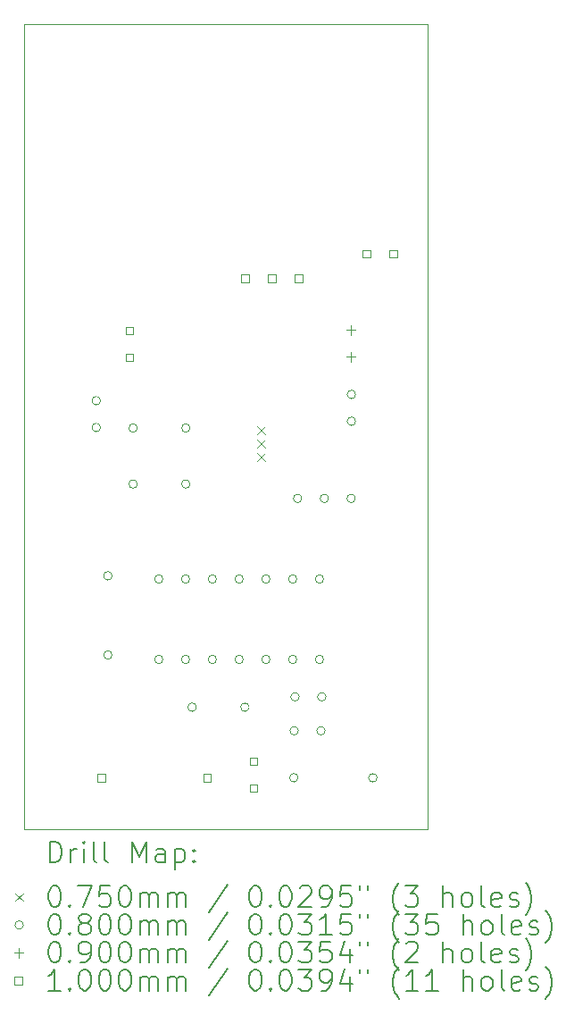
<source format=gbr>
%TF.GenerationSoftware,KiCad,Pcbnew,7.0.1*%
%TF.CreationDate,2023-04-04T13:23:31+02:00*%
%TF.ProjectId,weit_generator,77656974-5f67-4656-9e65-7261746f722e,rev?*%
%TF.SameCoordinates,Original*%
%TF.FileFunction,Drillmap*%
%TF.FilePolarity,Positive*%
%FSLAX45Y45*%
G04 Gerber Fmt 4.5, Leading zero omitted, Abs format (unit mm)*
G04 Created by KiCad (PCBNEW 7.0.1) date 2023-04-04 13:23:31*
%MOMM*%
%LPD*%
G01*
G04 APERTURE LIST*
%ADD10C,0.100000*%
%ADD11C,0.200000*%
%ADD12C,0.075000*%
%ADD13C,0.080000*%
%ADD14C,0.090000*%
G04 APERTURE END LIST*
D10*
X13275000Y-6500000D02*
X17100000Y-6500000D01*
X17100000Y-14125000D01*
X13275000Y-14125000D01*
X13275000Y-6500000D01*
D11*
D12*
X15487500Y-10310500D02*
X15562500Y-10385500D01*
X15562500Y-10310500D02*
X15487500Y-10385500D01*
X15487500Y-10437500D02*
X15562500Y-10512500D01*
X15562500Y-10437500D02*
X15487500Y-10512500D01*
X15487500Y-10564500D02*
X15562500Y-10639500D01*
X15562500Y-10564500D02*
X15487500Y-10639500D01*
D13*
X14000000Y-10066000D02*
G75*
G03*
X14000000Y-10066000I-40000J0D01*
G01*
X14000000Y-10320000D02*
G75*
G03*
X14000000Y-10320000I-40000J0D01*
G01*
X14110000Y-11725000D02*
G75*
G03*
X14110000Y-11725000I-40000J0D01*
G01*
X14110000Y-12475000D02*
G75*
G03*
X14110000Y-12475000I-40000J0D01*
G01*
X14350000Y-10325000D02*
G75*
G03*
X14350000Y-10325000I-40000J0D01*
G01*
X14350000Y-10855000D02*
G75*
G03*
X14350000Y-10855000I-40000J0D01*
G01*
X14593500Y-11755000D02*
G75*
G03*
X14593500Y-11755000I-40000J0D01*
G01*
X14593500Y-12517000D02*
G75*
G03*
X14593500Y-12517000I-40000J0D01*
G01*
X14847500Y-11755000D02*
G75*
G03*
X14847500Y-11755000I-40000J0D01*
G01*
X14847500Y-12517000D02*
G75*
G03*
X14847500Y-12517000I-40000J0D01*
G01*
X14850000Y-10325000D02*
G75*
G03*
X14850000Y-10325000I-40000J0D01*
G01*
X14850000Y-10855000D02*
G75*
G03*
X14850000Y-10855000I-40000J0D01*
G01*
X14910000Y-12970000D02*
G75*
G03*
X14910000Y-12970000I-40000J0D01*
G01*
X15101500Y-11755000D02*
G75*
G03*
X15101500Y-11755000I-40000J0D01*
G01*
X15101500Y-12517000D02*
G75*
G03*
X15101500Y-12517000I-40000J0D01*
G01*
X15355500Y-11755000D02*
G75*
G03*
X15355500Y-11755000I-40000J0D01*
G01*
X15355500Y-12517000D02*
G75*
G03*
X15355500Y-12517000I-40000J0D01*
G01*
X15410000Y-12970000D02*
G75*
G03*
X15410000Y-12970000I-40000J0D01*
G01*
X15609500Y-11755000D02*
G75*
G03*
X15609500Y-11755000I-40000J0D01*
G01*
X15609500Y-12517000D02*
G75*
G03*
X15609500Y-12517000I-40000J0D01*
G01*
X15863500Y-11755000D02*
G75*
G03*
X15863500Y-11755000I-40000J0D01*
G01*
X15863500Y-12517000D02*
G75*
G03*
X15863500Y-12517000I-40000J0D01*
G01*
X15874000Y-13639000D02*
G75*
G03*
X15874000Y-13639000I-40000J0D01*
G01*
X15877000Y-13192431D02*
G75*
G03*
X15877000Y-13192431I-40000J0D01*
G01*
X15885568Y-12872431D02*
G75*
G03*
X15885568Y-12872431I-40000J0D01*
G01*
X15909500Y-10992500D02*
G75*
G03*
X15909500Y-10992500I-40000J0D01*
G01*
X16117500Y-11755000D02*
G75*
G03*
X16117500Y-11755000I-40000J0D01*
G01*
X16117500Y-12517000D02*
G75*
G03*
X16117500Y-12517000I-40000J0D01*
G01*
X16131000Y-13192431D02*
G75*
G03*
X16131000Y-13192431I-40000J0D01*
G01*
X16139568Y-12872431D02*
G75*
G03*
X16139568Y-12872431I-40000J0D01*
G01*
X16163500Y-10992500D02*
G75*
G03*
X16163500Y-10992500I-40000J0D01*
G01*
X16417500Y-10992500D02*
G75*
G03*
X16417500Y-10992500I-40000J0D01*
G01*
X16420000Y-10006000D02*
G75*
G03*
X16420000Y-10006000I-40000J0D01*
G01*
X16420000Y-10260000D02*
G75*
G03*
X16420000Y-10260000I-40000J0D01*
G01*
X16624000Y-13639000D02*
G75*
G03*
X16624000Y-13639000I-40000J0D01*
G01*
D14*
X16375000Y-9352500D02*
X16375000Y-9442500D01*
X16330000Y-9397500D02*
X16420000Y-9397500D01*
X16375000Y-9606500D02*
X16375000Y-9696500D01*
X16330000Y-9651500D02*
X16420000Y-9651500D01*
D10*
X14045356Y-13675356D02*
X14045356Y-13604644D01*
X13974644Y-13604644D01*
X13974644Y-13675356D01*
X14045356Y-13675356D01*
X14310356Y-9435356D02*
X14310356Y-9364644D01*
X14239644Y-9364644D01*
X14239644Y-9435356D01*
X14310356Y-9435356D01*
X14310356Y-9689356D02*
X14310356Y-9618644D01*
X14239644Y-9618644D01*
X14239644Y-9689356D01*
X14310356Y-9689356D01*
X15045356Y-13675356D02*
X15045356Y-13604644D01*
X14974644Y-13604644D01*
X14974644Y-13675356D01*
X15045356Y-13675356D01*
X15407356Y-8940356D02*
X15407356Y-8869644D01*
X15336644Y-8869644D01*
X15336644Y-8940356D01*
X15407356Y-8940356D01*
X15485356Y-13515356D02*
X15485356Y-13444644D01*
X15414644Y-13444644D01*
X15414644Y-13515356D01*
X15485356Y-13515356D01*
X15485356Y-13769356D02*
X15485356Y-13698644D01*
X15414644Y-13698644D01*
X15414644Y-13769356D01*
X15485356Y-13769356D01*
X15661356Y-8940356D02*
X15661356Y-8869644D01*
X15590644Y-8869644D01*
X15590644Y-8940356D01*
X15661356Y-8940356D01*
X15915356Y-8940356D02*
X15915356Y-8869644D01*
X15844644Y-8869644D01*
X15844644Y-8940356D01*
X15915356Y-8940356D01*
X16557856Y-8710356D02*
X16557856Y-8639644D01*
X16487144Y-8639644D01*
X16487144Y-8710356D01*
X16557856Y-8710356D01*
X16811856Y-8710356D02*
X16811856Y-8639644D01*
X16741144Y-8639644D01*
X16741144Y-8710356D01*
X16811856Y-8710356D01*
D11*
X13517619Y-14442524D02*
X13517619Y-14242524D01*
X13517619Y-14242524D02*
X13565238Y-14242524D01*
X13565238Y-14242524D02*
X13593809Y-14252048D01*
X13593809Y-14252048D02*
X13612857Y-14271095D01*
X13612857Y-14271095D02*
X13622381Y-14290143D01*
X13622381Y-14290143D02*
X13631905Y-14328238D01*
X13631905Y-14328238D02*
X13631905Y-14356809D01*
X13631905Y-14356809D02*
X13622381Y-14394905D01*
X13622381Y-14394905D02*
X13612857Y-14413952D01*
X13612857Y-14413952D02*
X13593809Y-14433000D01*
X13593809Y-14433000D02*
X13565238Y-14442524D01*
X13565238Y-14442524D02*
X13517619Y-14442524D01*
X13717619Y-14442524D02*
X13717619Y-14309190D01*
X13717619Y-14347286D02*
X13727143Y-14328238D01*
X13727143Y-14328238D02*
X13736667Y-14318714D01*
X13736667Y-14318714D02*
X13755714Y-14309190D01*
X13755714Y-14309190D02*
X13774762Y-14309190D01*
X13841428Y-14442524D02*
X13841428Y-14309190D01*
X13841428Y-14242524D02*
X13831905Y-14252048D01*
X13831905Y-14252048D02*
X13841428Y-14261571D01*
X13841428Y-14261571D02*
X13850952Y-14252048D01*
X13850952Y-14252048D02*
X13841428Y-14242524D01*
X13841428Y-14242524D02*
X13841428Y-14261571D01*
X13965238Y-14442524D02*
X13946190Y-14433000D01*
X13946190Y-14433000D02*
X13936667Y-14413952D01*
X13936667Y-14413952D02*
X13936667Y-14242524D01*
X14070000Y-14442524D02*
X14050952Y-14433000D01*
X14050952Y-14433000D02*
X14041428Y-14413952D01*
X14041428Y-14413952D02*
X14041428Y-14242524D01*
X14298571Y-14442524D02*
X14298571Y-14242524D01*
X14298571Y-14242524D02*
X14365238Y-14385381D01*
X14365238Y-14385381D02*
X14431905Y-14242524D01*
X14431905Y-14242524D02*
X14431905Y-14442524D01*
X14612857Y-14442524D02*
X14612857Y-14337762D01*
X14612857Y-14337762D02*
X14603333Y-14318714D01*
X14603333Y-14318714D02*
X14584286Y-14309190D01*
X14584286Y-14309190D02*
X14546190Y-14309190D01*
X14546190Y-14309190D02*
X14527143Y-14318714D01*
X14612857Y-14433000D02*
X14593809Y-14442524D01*
X14593809Y-14442524D02*
X14546190Y-14442524D01*
X14546190Y-14442524D02*
X14527143Y-14433000D01*
X14527143Y-14433000D02*
X14517619Y-14413952D01*
X14517619Y-14413952D02*
X14517619Y-14394905D01*
X14517619Y-14394905D02*
X14527143Y-14375857D01*
X14527143Y-14375857D02*
X14546190Y-14366333D01*
X14546190Y-14366333D02*
X14593809Y-14366333D01*
X14593809Y-14366333D02*
X14612857Y-14356809D01*
X14708095Y-14309190D02*
X14708095Y-14509190D01*
X14708095Y-14318714D02*
X14727143Y-14309190D01*
X14727143Y-14309190D02*
X14765238Y-14309190D01*
X14765238Y-14309190D02*
X14784286Y-14318714D01*
X14784286Y-14318714D02*
X14793809Y-14328238D01*
X14793809Y-14328238D02*
X14803333Y-14347286D01*
X14803333Y-14347286D02*
X14803333Y-14404428D01*
X14803333Y-14404428D02*
X14793809Y-14423476D01*
X14793809Y-14423476D02*
X14784286Y-14433000D01*
X14784286Y-14433000D02*
X14765238Y-14442524D01*
X14765238Y-14442524D02*
X14727143Y-14442524D01*
X14727143Y-14442524D02*
X14708095Y-14433000D01*
X14889048Y-14423476D02*
X14898571Y-14433000D01*
X14898571Y-14433000D02*
X14889048Y-14442524D01*
X14889048Y-14442524D02*
X14879524Y-14433000D01*
X14879524Y-14433000D02*
X14889048Y-14423476D01*
X14889048Y-14423476D02*
X14889048Y-14442524D01*
X14889048Y-14318714D02*
X14898571Y-14328238D01*
X14898571Y-14328238D02*
X14889048Y-14337762D01*
X14889048Y-14337762D02*
X14879524Y-14328238D01*
X14879524Y-14328238D02*
X14889048Y-14318714D01*
X14889048Y-14318714D02*
X14889048Y-14337762D01*
D12*
X13195000Y-14732500D02*
X13270000Y-14807500D01*
X13270000Y-14732500D02*
X13195000Y-14807500D01*
D11*
X13555714Y-14662524D02*
X13574762Y-14662524D01*
X13574762Y-14662524D02*
X13593809Y-14672048D01*
X13593809Y-14672048D02*
X13603333Y-14681571D01*
X13603333Y-14681571D02*
X13612857Y-14700619D01*
X13612857Y-14700619D02*
X13622381Y-14738714D01*
X13622381Y-14738714D02*
X13622381Y-14786333D01*
X13622381Y-14786333D02*
X13612857Y-14824428D01*
X13612857Y-14824428D02*
X13603333Y-14843476D01*
X13603333Y-14843476D02*
X13593809Y-14853000D01*
X13593809Y-14853000D02*
X13574762Y-14862524D01*
X13574762Y-14862524D02*
X13555714Y-14862524D01*
X13555714Y-14862524D02*
X13536667Y-14853000D01*
X13536667Y-14853000D02*
X13527143Y-14843476D01*
X13527143Y-14843476D02*
X13517619Y-14824428D01*
X13517619Y-14824428D02*
X13508095Y-14786333D01*
X13508095Y-14786333D02*
X13508095Y-14738714D01*
X13508095Y-14738714D02*
X13517619Y-14700619D01*
X13517619Y-14700619D02*
X13527143Y-14681571D01*
X13527143Y-14681571D02*
X13536667Y-14672048D01*
X13536667Y-14672048D02*
X13555714Y-14662524D01*
X13708095Y-14843476D02*
X13717619Y-14853000D01*
X13717619Y-14853000D02*
X13708095Y-14862524D01*
X13708095Y-14862524D02*
X13698571Y-14853000D01*
X13698571Y-14853000D02*
X13708095Y-14843476D01*
X13708095Y-14843476D02*
X13708095Y-14862524D01*
X13784286Y-14662524D02*
X13917619Y-14662524D01*
X13917619Y-14662524D02*
X13831905Y-14862524D01*
X14089048Y-14662524D02*
X13993809Y-14662524D01*
X13993809Y-14662524D02*
X13984286Y-14757762D01*
X13984286Y-14757762D02*
X13993809Y-14748238D01*
X13993809Y-14748238D02*
X14012857Y-14738714D01*
X14012857Y-14738714D02*
X14060476Y-14738714D01*
X14060476Y-14738714D02*
X14079524Y-14748238D01*
X14079524Y-14748238D02*
X14089048Y-14757762D01*
X14089048Y-14757762D02*
X14098571Y-14776809D01*
X14098571Y-14776809D02*
X14098571Y-14824428D01*
X14098571Y-14824428D02*
X14089048Y-14843476D01*
X14089048Y-14843476D02*
X14079524Y-14853000D01*
X14079524Y-14853000D02*
X14060476Y-14862524D01*
X14060476Y-14862524D02*
X14012857Y-14862524D01*
X14012857Y-14862524D02*
X13993809Y-14853000D01*
X13993809Y-14853000D02*
X13984286Y-14843476D01*
X14222381Y-14662524D02*
X14241429Y-14662524D01*
X14241429Y-14662524D02*
X14260476Y-14672048D01*
X14260476Y-14672048D02*
X14270000Y-14681571D01*
X14270000Y-14681571D02*
X14279524Y-14700619D01*
X14279524Y-14700619D02*
X14289048Y-14738714D01*
X14289048Y-14738714D02*
X14289048Y-14786333D01*
X14289048Y-14786333D02*
X14279524Y-14824428D01*
X14279524Y-14824428D02*
X14270000Y-14843476D01*
X14270000Y-14843476D02*
X14260476Y-14853000D01*
X14260476Y-14853000D02*
X14241429Y-14862524D01*
X14241429Y-14862524D02*
X14222381Y-14862524D01*
X14222381Y-14862524D02*
X14203333Y-14853000D01*
X14203333Y-14853000D02*
X14193809Y-14843476D01*
X14193809Y-14843476D02*
X14184286Y-14824428D01*
X14184286Y-14824428D02*
X14174762Y-14786333D01*
X14174762Y-14786333D02*
X14174762Y-14738714D01*
X14174762Y-14738714D02*
X14184286Y-14700619D01*
X14184286Y-14700619D02*
X14193809Y-14681571D01*
X14193809Y-14681571D02*
X14203333Y-14672048D01*
X14203333Y-14672048D02*
X14222381Y-14662524D01*
X14374762Y-14862524D02*
X14374762Y-14729190D01*
X14374762Y-14748238D02*
X14384286Y-14738714D01*
X14384286Y-14738714D02*
X14403333Y-14729190D01*
X14403333Y-14729190D02*
X14431905Y-14729190D01*
X14431905Y-14729190D02*
X14450952Y-14738714D01*
X14450952Y-14738714D02*
X14460476Y-14757762D01*
X14460476Y-14757762D02*
X14460476Y-14862524D01*
X14460476Y-14757762D02*
X14470000Y-14738714D01*
X14470000Y-14738714D02*
X14489048Y-14729190D01*
X14489048Y-14729190D02*
X14517619Y-14729190D01*
X14517619Y-14729190D02*
X14536667Y-14738714D01*
X14536667Y-14738714D02*
X14546190Y-14757762D01*
X14546190Y-14757762D02*
X14546190Y-14862524D01*
X14641429Y-14862524D02*
X14641429Y-14729190D01*
X14641429Y-14748238D02*
X14650952Y-14738714D01*
X14650952Y-14738714D02*
X14670000Y-14729190D01*
X14670000Y-14729190D02*
X14698571Y-14729190D01*
X14698571Y-14729190D02*
X14717619Y-14738714D01*
X14717619Y-14738714D02*
X14727143Y-14757762D01*
X14727143Y-14757762D02*
X14727143Y-14862524D01*
X14727143Y-14757762D02*
X14736667Y-14738714D01*
X14736667Y-14738714D02*
X14755714Y-14729190D01*
X14755714Y-14729190D02*
X14784286Y-14729190D01*
X14784286Y-14729190D02*
X14803333Y-14738714D01*
X14803333Y-14738714D02*
X14812857Y-14757762D01*
X14812857Y-14757762D02*
X14812857Y-14862524D01*
X15203333Y-14653000D02*
X15031905Y-14910143D01*
X15460476Y-14662524D02*
X15479524Y-14662524D01*
X15479524Y-14662524D02*
X15498572Y-14672048D01*
X15498572Y-14672048D02*
X15508095Y-14681571D01*
X15508095Y-14681571D02*
X15517619Y-14700619D01*
X15517619Y-14700619D02*
X15527143Y-14738714D01*
X15527143Y-14738714D02*
X15527143Y-14786333D01*
X15527143Y-14786333D02*
X15517619Y-14824428D01*
X15517619Y-14824428D02*
X15508095Y-14843476D01*
X15508095Y-14843476D02*
X15498572Y-14853000D01*
X15498572Y-14853000D02*
X15479524Y-14862524D01*
X15479524Y-14862524D02*
X15460476Y-14862524D01*
X15460476Y-14862524D02*
X15441429Y-14853000D01*
X15441429Y-14853000D02*
X15431905Y-14843476D01*
X15431905Y-14843476D02*
X15422381Y-14824428D01*
X15422381Y-14824428D02*
X15412857Y-14786333D01*
X15412857Y-14786333D02*
X15412857Y-14738714D01*
X15412857Y-14738714D02*
X15422381Y-14700619D01*
X15422381Y-14700619D02*
X15431905Y-14681571D01*
X15431905Y-14681571D02*
X15441429Y-14672048D01*
X15441429Y-14672048D02*
X15460476Y-14662524D01*
X15612857Y-14843476D02*
X15622381Y-14853000D01*
X15622381Y-14853000D02*
X15612857Y-14862524D01*
X15612857Y-14862524D02*
X15603333Y-14853000D01*
X15603333Y-14853000D02*
X15612857Y-14843476D01*
X15612857Y-14843476D02*
X15612857Y-14862524D01*
X15746191Y-14662524D02*
X15765238Y-14662524D01*
X15765238Y-14662524D02*
X15784286Y-14672048D01*
X15784286Y-14672048D02*
X15793810Y-14681571D01*
X15793810Y-14681571D02*
X15803333Y-14700619D01*
X15803333Y-14700619D02*
X15812857Y-14738714D01*
X15812857Y-14738714D02*
X15812857Y-14786333D01*
X15812857Y-14786333D02*
X15803333Y-14824428D01*
X15803333Y-14824428D02*
X15793810Y-14843476D01*
X15793810Y-14843476D02*
X15784286Y-14853000D01*
X15784286Y-14853000D02*
X15765238Y-14862524D01*
X15765238Y-14862524D02*
X15746191Y-14862524D01*
X15746191Y-14862524D02*
X15727143Y-14853000D01*
X15727143Y-14853000D02*
X15717619Y-14843476D01*
X15717619Y-14843476D02*
X15708095Y-14824428D01*
X15708095Y-14824428D02*
X15698572Y-14786333D01*
X15698572Y-14786333D02*
X15698572Y-14738714D01*
X15698572Y-14738714D02*
X15708095Y-14700619D01*
X15708095Y-14700619D02*
X15717619Y-14681571D01*
X15717619Y-14681571D02*
X15727143Y-14672048D01*
X15727143Y-14672048D02*
X15746191Y-14662524D01*
X15889048Y-14681571D02*
X15898572Y-14672048D01*
X15898572Y-14672048D02*
X15917619Y-14662524D01*
X15917619Y-14662524D02*
X15965238Y-14662524D01*
X15965238Y-14662524D02*
X15984286Y-14672048D01*
X15984286Y-14672048D02*
X15993810Y-14681571D01*
X15993810Y-14681571D02*
X16003333Y-14700619D01*
X16003333Y-14700619D02*
X16003333Y-14719667D01*
X16003333Y-14719667D02*
X15993810Y-14748238D01*
X15993810Y-14748238D02*
X15879524Y-14862524D01*
X15879524Y-14862524D02*
X16003333Y-14862524D01*
X16098572Y-14862524D02*
X16136667Y-14862524D01*
X16136667Y-14862524D02*
X16155714Y-14853000D01*
X16155714Y-14853000D02*
X16165238Y-14843476D01*
X16165238Y-14843476D02*
X16184286Y-14814905D01*
X16184286Y-14814905D02*
X16193810Y-14776809D01*
X16193810Y-14776809D02*
X16193810Y-14700619D01*
X16193810Y-14700619D02*
X16184286Y-14681571D01*
X16184286Y-14681571D02*
X16174762Y-14672048D01*
X16174762Y-14672048D02*
X16155714Y-14662524D01*
X16155714Y-14662524D02*
X16117619Y-14662524D01*
X16117619Y-14662524D02*
X16098572Y-14672048D01*
X16098572Y-14672048D02*
X16089048Y-14681571D01*
X16089048Y-14681571D02*
X16079524Y-14700619D01*
X16079524Y-14700619D02*
X16079524Y-14748238D01*
X16079524Y-14748238D02*
X16089048Y-14767286D01*
X16089048Y-14767286D02*
X16098572Y-14776809D01*
X16098572Y-14776809D02*
X16117619Y-14786333D01*
X16117619Y-14786333D02*
X16155714Y-14786333D01*
X16155714Y-14786333D02*
X16174762Y-14776809D01*
X16174762Y-14776809D02*
X16184286Y-14767286D01*
X16184286Y-14767286D02*
X16193810Y-14748238D01*
X16374762Y-14662524D02*
X16279524Y-14662524D01*
X16279524Y-14662524D02*
X16270000Y-14757762D01*
X16270000Y-14757762D02*
X16279524Y-14748238D01*
X16279524Y-14748238D02*
X16298572Y-14738714D01*
X16298572Y-14738714D02*
X16346191Y-14738714D01*
X16346191Y-14738714D02*
X16365238Y-14748238D01*
X16365238Y-14748238D02*
X16374762Y-14757762D01*
X16374762Y-14757762D02*
X16384286Y-14776809D01*
X16384286Y-14776809D02*
X16384286Y-14824428D01*
X16384286Y-14824428D02*
X16374762Y-14843476D01*
X16374762Y-14843476D02*
X16365238Y-14853000D01*
X16365238Y-14853000D02*
X16346191Y-14862524D01*
X16346191Y-14862524D02*
X16298572Y-14862524D01*
X16298572Y-14862524D02*
X16279524Y-14853000D01*
X16279524Y-14853000D02*
X16270000Y-14843476D01*
X16460476Y-14662524D02*
X16460476Y-14700619D01*
X16536667Y-14662524D02*
X16536667Y-14700619D01*
X16831905Y-14938714D02*
X16822381Y-14929190D01*
X16822381Y-14929190D02*
X16803334Y-14900619D01*
X16803334Y-14900619D02*
X16793810Y-14881571D01*
X16793810Y-14881571D02*
X16784286Y-14853000D01*
X16784286Y-14853000D02*
X16774762Y-14805381D01*
X16774762Y-14805381D02*
X16774762Y-14767286D01*
X16774762Y-14767286D02*
X16784286Y-14719667D01*
X16784286Y-14719667D02*
X16793810Y-14691095D01*
X16793810Y-14691095D02*
X16803334Y-14672048D01*
X16803334Y-14672048D02*
X16822381Y-14643476D01*
X16822381Y-14643476D02*
X16831905Y-14633952D01*
X16889048Y-14662524D02*
X17012857Y-14662524D01*
X17012857Y-14662524D02*
X16946191Y-14738714D01*
X16946191Y-14738714D02*
X16974762Y-14738714D01*
X16974762Y-14738714D02*
X16993810Y-14748238D01*
X16993810Y-14748238D02*
X17003334Y-14757762D01*
X17003334Y-14757762D02*
X17012857Y-14776809D01*
X17012857Y-14776809D02*
X17012857Y-14824428D01*
X17012857Y-14824428D02*
X17003334Y-14843476D01*
X17003334Y-14843476D02*
X16993810Y-14853000D01*
X16993810Y-14853000D02*
X16974762Y-14862524D01*
X16974762Y-14862524D02*
X16917619Y-14862524D01*
X16917619Y-14862524D02*
X16898572Y-14853000D01*
X16898572Y-14853000D02*
X16889048Y-14843476D01*
X17250953Y-14862524D02*
X17250953Y-14662524D01*
X17336667Y-14862524D02*
X17336667Y-14757762D01*
X17336667Y-14757762D02*
X17327143Y-14738714D01*
X17327143Y-14738714D02*
X17308096Y-14729190D01*
X17308096Y-14729190D02*
X17279524Y-14729190D01*
X17279524Y-14729190D02*
X17260477Y-14738714D01*
X17260477Y-14738714D02*
X17250953Y-14748238D01*
X17460477Y-14862524D02*
X17441429Y-14853000D01*
X17441429Y-14853000D02*
X17431905Y-14843476D01*
X17431905Y-14843476D02*
X17422381Y-14824428D01*
X17422381Y-14824428D02*
X17422381Y-14767286D01*
X17422381Y-14767286D02*
X17431905Y-14748238D01*
X17431905Y-14748238D02*
X17441429Y-14738714D01*
X17441429Y-14738714D02*
X17460477Y-14729190D01*
X17460477Y-14729190D02*
X17489048Y-14729190D01*
X17489048Y-14729190D02*
X17508096Y-14738714D01*
X17508096Y-14738714D02*
X17517619Y-14748238D01*
X17517619Y-14748238D02*
X17527143Y-14767286D01*
X17527143Y-14767286D02*
X17527143Y-14824428D01*
X17527143Y-14824428D02*
X17517619Y-14843476D01*
X17517619Y-14843476D02*
X17508096Y-14853000D01*
X17508096Y-14853000D02*
X17489048Y-14862524D01*
X17489048Y-14862524D02*
X17460477Y-14862524D01*
X17641429Y-14862524D02*
X17622381Y-14853000D01*
X17622381Y-14853000D02*
X17612858Y-14833952D01*
X17612858Y-14833952D02*
X17612858Y-14662524D01*
X17793810Y-14853000D02*
X17774762Y-14862524D01*
X17774762Y-14862524D02*
X17736667Y-14862524D01*
X17736667Y-14862524D02*
X17717619Y-14853000D01*
X17717619Y-14853000D02*
X17708096Y-14833952D01*
X17708096Y-14833952D02*
X17708096Y-14757762D01*
X17708096Y-14757762D02*
X17717619Y-14738714D01*
X17717619Y-14738714D02*
X17736667Y-14729190D01*
X17736667Y-14729190D02*
X17774762Y-14729190D01*
X17774762Y-14729190D02*
X17793810Y-14738714D01*
X17793810Y-14738714D02*
X17803334Y-14757762D01*
X17803334Y-14757762D02*
X17803334Y-14776809D01*
X17803334Y-14776809D02*
X17708096Y-14795857D01*
X17879524Y-14853000D02*
X17898572Y-14862524D01*
X17898572Y-14862524D02*
X17936667Y-14862524D01*
X17936667Y-14862524D02*
X17955715Y-14853000D01*
X17955715Y-14853000D02*
X17965239Y-14833952D01*
X17965239Y-14833952D02*
X17965239Y-14824428D01*
X17965239Y-14824428D02*
X17955715Y-14805381D01*
X17955715Y-14805381D02*
X17936667Y-14795857D01*
X17936667Y-14795857D02*
X17908096Y-14795857D01*
X17908096Y-14795857D02*
X17889048Y-14786333D01*
X17889048Y-14786333D02*
X17879524Y-14767286D01*
X17879524Y-14767286D02*
X17879524Y-14757762D01*
X17879524Y-14757762D02*
X17889048Y-14738714D01*
X17889048Y-14738714D02*
X17908096Y-14729190D01*
X17908096Y-14729190D02*
X17936667Y-14729190D01*
X17936667Y-14729190D02*
X17955715Y-14738714D01*
X18031905Y-14938714D02*
X18041429Y-14929190D01*
X18041429Y-14929190D02*
X18060477Y-14900619D01*
X18060477Y-14900619D02*
X18070000Y-14881571D01*
X18070000Y-14881571D02*
X18079524Y-14853000D01*
X18079524Y-14853000D02*
X18089048Y-14805381D01*
X18089048Y-14805381D02*
X18089048Y-14767286D01*
X18089048Y-14767286D02*
X18079524Y-14719667D01*
X18079524Y-14719667D02*
X18070000Y-14691095D01*
X18070000Y-14691095D02*
X18060477Y-14672048D01*
X18060477Y-14672048D02*
X18041429Y-14643476D01*
X18041429Y-14643476D02*
X18031905Y-14633952D01*
D13*
X13270000Y-15034000D02*
G75*
G03*
X13270000Y-15034000I-40000J0D01*
G01*
D11*
X13555714Y-14926524D02*
X13574762Y-14926524D01*
X13574762Y-14926524D02*
X13593809Y-14936048D01*
X13593809Y-14936048D02*
X13603333Y-14945571D01*
X13603333Y-14945571D02*
X13612857Y-14964619D01*
X13612857Y-14964619D02*
X13622381Y-15002714D01*
X13622381Y-15002714D02*
X13622381Y-15050333D01*
X13622381Y-15050333D02*
X13612857Y-15088428D01*
X13612857Y-15088428D02*
X13603333Y-15107476D01*
X13603333Y-15107476D02*
X13593809Y-15117000D01*
X13593809Y-15117000D02*
X13574762Y-15126524D01*
X13574762Y-15126524D02*
X13555714Y-15126524D01*
X13555714Y-15126524D02*
X13536667Y-15117000D01*
X13536667Y-15117000D02*
X13527143Y-15107476D01*
X13527143Y-15107476D02*
X13517619Y-15088428D01*
X13517619Y-15088428D02*
X13508095Y-15050333D01*
X13508095Y-15050333D02*
X13508095Y-15002714D01*
X13508095Y-15002714D02*
X13517619Y-14964619D01*
X13517619Y-14964619D02*
X13527143Y-14945571D01*
X13527143Y-14945571D02*
X13536667Y-14936048D01*
X13536667Y-14936048D02*
X13555714Y-14926524D01*
X13708095Y-15107476D02*
X13717619Y-15117000D01*
X13717619Y-15117000D02*
X13708095Y-15126524D01*
X13708095Y-15126524D02*
X13698571Y-15117000D01*
X13698571Y-15117000D02*
X13708095Y-15107476D01*
X13708095Y-15107476D02*
X13708095Y-15126524D01*
X13831905Y-15012238D02*
X13812857Y-15002714D01*
X13812857Y-15002714D02*
X13803333Y-14993190D01*
X13803333Y-14993190D02*
X13793809Y-14974143D01*
X13793809Y-14974143D02*
X13793809Y-14964619D01*
X13793809Y-14964619D02*
X13803333Y-14945571D01*
X13803333Y-14945571D02*
X13812857Y-14936048D01*
X13812857Y-14936048D02*
X13831905Y-14926524D01*
X13831905Y-14926524D02*
X13870000Y-14926524D01*
X13870000Y-14926524D02*
X13889048Y-14936048D01*
X13889048Y-14936048D02*
X13898571Y-14945571D01*
X13898571Y-14945571D02*
X13908095Y-14964619D01*
X13908095Y-14964619D02*
X13908095Y-14974143D01*
X13908095Y-14974143D02*
X13898571Y-14993190D01*
X13898571Y-14993190D02*
X13889048Y-15002714D01*
X13889048Y-15002714D02*
X13870000Y-15012238D01*
X13870000Y-15012238D02*
X13831905Y-15012238D01*
X13831905Y-15012238D02*
X13812857Y-15021762D01*
X13812857Y-15021762D02*
X13803333Y-15031286D01*
X13803333Y-15031286D02*
X13793809Y-15050333D01*
X13793809Y-15050333D02*
X13793809Y-15088428D01*
X13793809Y-15088428D02*
X13803333Y-15107476D01*
X13803333Y-15107476D02*
X13812857Y-15117000D01*
X13812857Y-15117000D02*
X13831905Y-15126524D01*
X13831905Y-15126524D02*
X13870000Y-15126524D01*
X13870000Y-15126524D02*
X13889048Y-15117000D01*
X13889048Y-15117000D02*
X13898571Y-15107476D01*
X13898571Y-15107476D02*
X13908095Y-15088428D01*
X13908095Y-15088428D02*
X13908095Y-15050333D01*
X13908095Y-15050333D02*
X13898571Y-15031286D01*
X13898571Y-15031286D02*
X13889048Y-15021762D01*
X13889048Y-15021762D02*
X13870000Y-15012238D01*
X14031905Y-14926524D02*
X14050952Y-14926524D01*
X14050952Y-14926524D02*
X14070000Y-14936048D01*
X14070000Y-14936048D02*
X14079524Y-14945571D01*
X14079524Y-14945571D02*
X14089048Y-14964619D01*
X14089048Y-14964619D02*
X14098571Y-15002714D01*
X14098571Y-15002714D02*
X14098571Y-15050333D01*
X14098571Y-15050333D02*
X14089048Y-15088428D01*
X14089048Y-15088428D02*
X14079524Y-15107476D01*
X14079524Y-15107476D02*
X14070000Y-15117000D01*
X14070000Y-15117000D02*
X14050952Y-15126524D01*
X14050952Y-15126524D02*
X14031905Y-15126524D01*
X14031905Y-15126524D02*
X14012857Y-15117000D01*
X14012857Y-15117000D02*
X14003333Y-15107476D01*
X14003333Y-15107476D02*
X13993809Y-15088428D01*
X13993809Y-15088428D02*
X13984286Y-15050333D01*
X13984286Y-15050333D02*
X13984286Y-15002714D01*
X13984286Y-15002714D02*
X13993809Y-14964619D01*
X13993809Y-14964619D02*
X14003333Y-14945571D01*
X14003333Y-14945571D02*
X14012857Y-14936048D01*
X14012857Y-14936048D02*
X14031905Y-14926524D01*
X14222381Y-14926524D02*
X14241429Y-14926524D01*
X14241429Y-14926524D02*
X14260476Y-14936048D01*
X14260476Y-14936048D02*
X14270000Y-14945571D01*
X14270000Y-14945571D02*
X14279524Y-14964619D01*
X14279524Y-14964619D02*
X14289048Y-15002714D01*
X14289048Y-15002714D02*
X14289048Y-15050333D01*
X14289048Y-15050333D02*
X14279524Y-15088428D01*
X14279524Y-15088428D02*
X14270000Y-15107476D01*
X14270000Y-15107476D02*
X14260476Y-15117000D01*
X14260476Y-15117000D02*
X14241429Y-15126524D01*
X14241429Y-15126524D02*
X14222381Y-15126524D01*
X14222381Y-15126524D02*
X14203333Y-15117000D01*
X14203333Y-15117000D02*
X14193809Y-15107476D01*
X14193809Y-15107476D02*
X14184286Y-15088428D01*
X14184286Y-15088428D02*
X14174762Y-15050333D01*
X14174762Y-15050333D02*
X14174762Y-15002714D01*
X14174762Y-15002714D02*
X14184286Y-14964619D01*
X14184286Y-14964619D02*
X14193809Y-14945571D01*
X14193809Y-14945571D02*
X14203333Y-14936048D01*
X14203333Y-14936048D02*
X14222381Y-14926524D01*
X14374762Y-15126524D02*
X14374762Y-14993190D01*
X14374762Y-15012238D02*
X14384286Y-15002714D01*
X14384286Y-15002714D02*
X14403333Y-14993190D01*
X14403333Y-14993190D02*
X14431905Y-14993190D01*
X14431905Y-14993190D02*
X14450952Y-15002714D01*
X14450952Y-15002714D02*
X14460476Y-15021762D01*
X14460476Y-15021762D02*
X14460476Y-15126524D01*
X14460476Y-15021762D02*
X14470000Y-15002714D01*
X14470000Y-15002714D02*
X14489048Y-14993190D01*
X14489048Y-14993190D02*
X14517619Y-14993190D01*
X14517619Y-14993190D02*
X14536667Y-15002714D01*
X14536667Y-15002714D02*
X14546190Y-15021762D01*
X14546190Y-15021762D02*
X14546190Y-15126524D01*
X14641429Y-15126524D02*
X14641429Y-14993190D01*
X14641429Y-15012238D02*
X14650952Y-15002714D01*
X14650952Y-15002714D02*
X14670000Y-14993190D01*
X14670000Y-14993190D02*
X14698571Y-14993190D01*
X14698571Y-14993190D02*
X14717619Y-15002714D01*
X14717619Y-15002714D02*
X14727143Y-15021762D01*
X14727143Y-15021762D02*
X14727143Y-15126524D01*
X14727143Y-15021762D02*
X14736667Y-15002714D01*
X14736667Y-15002714D02*
X14755714Y-14993190D01*
X14755714Y-14993190D02*
X14784286Y-14993190D01*
X14784286Y-14993190D02*
X14803333Y-15002714D01*
X14803333Y-15002714D02*
X14812857Y-15021762D01*
X14812857Y-15021762D02*
X14812857Y-15126524D01*
X15203333Y-14917000D02*
X15031905Y-15174143D01*
X15460476Y-14926524D02*
X15479524Y-14926524D01*
X15479524Y-14926524D02*
X15498572Y-14936048D01*
X15498572Y-14936048D02*
X15508095Y-14945571D01*
X15508095Y-14945571D02*
X15517619Y-14964619D01*
X15517619Y-14964619D02*
X15527143Y-15002714D01*
X15527143Y-15002714D02*
X15527143Y-15050333D01*
X15527143Y-15050333D02*
X15517619Y-15088428D01*
X15517619Y-15088428D02*
X15508095Y-15107476D01*
X15508095Y-15107476D02*
X15498572Y-15117000D01*
X15498572Y-15117000D02*
X15479524Y-15126524D01*
X15479524Y-15126524D02*
X15460476Y-15126524D01*
X15460476Y-15126524D02*
X15441429Y-15117000D01*
X15441429Y-15117000D02*
X15431905Y-15107476D01*
X15431905Y-15107476D02*
X15422381Y-15088428D01*
X15422381Y-15088428D02*
X15412857Y-15050333D01*
X15412857Y-15050333D02*
X15412857Y-15002714D01*
X15412857Y-15002714D02*
X15422381Y-14964619D01*
X15422381Y-14964619D02*
X15431905Y-14945571D01*
X15431905Y-14945571D02*
X15441429Y-14936048D01*
X15441429Y-14936048D02*
X15460476Y-14926524D01*
X15612857Y-15107476D02*
X15622381Y-15117000D01*
X15622381Y-15117000D02*
X15612857Y-15126524D01*
X15612857Y-15126524D02*
X15603333Y-15117000D01*
X15603333Y-15117000D02*
X15612857Y-15107476D01*
X15612857Y-15107476D02*
X15612857Y-15126524D01*
X15746191Y-14926524D02*
X15765238Y-14926524D01*
X15765238Y-14926524D02*
X15784286Y-14936048D01*
X15784286Y-14936048D02*
X15793810Y-14945571D01*
X15793810Y-14945571D02*
X15803333Y-14964619D01*
X15803333Y-14964619D02*
X15812857Y-15002714D01*
X15812857Y-15002714D02*
X15812857Y-15050333D01*
X15812857Y-15050333D02*
X15803333Y-15088428D01*
X15803333Y-15088428D02*
X15793810Y-15107476D01*
X15793810Y-15107476D02*
X15784286Y-15117000D01*
X15784286Y-15117000D02*
X15765238Y-15126524D01*
X15765238Y-15126524D02*
X15746191Y-15126524D01*
X15746191Y-15126524D02*
X15727143Y-15117000D01*
X15727143Y-15117000D02*
X15717619Y-15107476D01*
X15717619Y-15107476D02*
X15708095Y-15088428D01*
X15708095Y-15088428D02*
X15698572Y-15050333D01*
X15698572Y-15050333D02*
X15698572Y-15002714D01*
X15698572Y-15002714D02*
X15708095Y-14964619D01*
X15708095Y-14964619D02*
X15717619Y-14945571D01*
X15717619Y-14945571D02*
X15727143Y-14936048D01*
X15727143Y-14936048D02*
X15746191Y-14926524D01*
X15879524Y-14926524D02*
X16003333Y-14926524D01*
X16003333Y-14926524D02*
X15936667Y-15002714D01*
X15936667Y-15002714D02*
X15965238Y-15002714D01*
X15965238Y-15002714D02*
X15984286Y-15012238D01*
X15984286Y-15012238D02*
X15993810Y-15021762D01*
X15993810Y-15021762D02*
X16003333Y-15040809D01*
X16003333Y-15040809D02*
X16003333Y-15088428D01*
X16003333Y-15088428D02*
X15993810Y-15107476D01*
X15993810Y-15107476D02*
X15984286Y-15117000D01*
X15984286Y-15117000D02*
X15965238Y-15126524D01*
X15965238Y-15126524D02*
X15908095Y-15126524D01*
X15908095Y-15126524D02*
X15889048Y-15117000D01*
X15889048Y-15117000D02*
X15879524Y-15107476D01*
X16193810Y-15126524D02*
X16079524Y-15126524D01*
X16136667Y-15126524D02*
X16136667Y-14926524D01*
X16136667Y-14926524D02*
X16117619Y-14955095D01*
X16117619Y-14955095D02*
X16098572Y-14974143D01*
X16098572Y-14974143D02*
X16079524Y-14983667D01*
X16374762Y-14926524D02*
X16279524Y-14926524D01*
X16279524Y-14926524D02*
X16270000Y-15021762D01*
X16270000Y-15021762D02*
X16279524Y-15012238D01*
X16279524Y-15012238D02*
X16298572Y-15002714D01*
X16298572Y-15002714D02*
X16346191Y-15002714D01*
X16346191Y-15002714D02*
X16365238Y-15012238D01*
X16365238Y-15012238D02*
X16374762Y-15021762D01*
X16374762Y-15021762D02*
X16384286Y-15040809D01*
X16384286Y-15040809D02*
X16384286Y-15088428D01*
X16384286Y-15088428D02*
X16374762Y-15107476D01*
X16374762Y-15107476D02*
X16365238Y-15117000D01*
X16365238Y-15117000D02*
X16346191Y-15126524D01*
X16346191Y-15126524D02*
X16298572Y-15126524D01*
X16298572Y-15126524D02*
X16279524Y-15117000D01*
X16279524Y-15117000D02*
X16270000Y-15107476D01*
X16460476Y-14926524D02*
X16460476Y-14964619D01*
X16536667Y-14926524D02*
X16536667Y-14964619D01*
X16831905Y-15202714D02*
X16822381Y-15193190D01*
X16822381Y-15193190D02*
X16803334Y-15164619D01*
X16803334Y-15164619D02*
X16793810Y-15145571D01*
X16793810Y-15145571D02*
X16784286Y-15117000D01*
X16784286Y-15117000D02*
X16774762Y-15069381D01*
X16774762Y-15069381D02*
X16774762Y-15031286D01*
X16774762Y-15031286D02*
X16784286Y-14983667D01*
X16784286Y-14983667D02*
X16793810Y-14955095D01*
X16793810Y-14955095D02*
X16803334Y-14936048D01*
X16803334Y-14936048D02*
X16822381Y-14907476D01*
X16822381Y-14907476D02*
X16831905Y-14897952D01*
X16889048Y-14926524D02*
X17012857Y-14926524D01*
X17012857Y-14926524D02*
X16946191Y-15002714D01*
X16946191Y-15002714D02*
X16974762Y-15002714D01*
X16974762Y-15002714D02*
X16993810Y-15012238D01*
X16993810Y-15012238D02*
X17003334Y-15021762D01*
X17003334Y-15021762D02*
X17012857Y-15040809D01*
X17012857Y-15040809D02*
X17012857Y-15088428D01*
X17012857Y-15088428D02*
X17003334Y-15107476D01*
X17003334Y-15107476D02*
X16993810Y-15117000D01*
X16993810Y-15117000D02*
X16974762Y-15126524D01*
X16974762Y-15126524D02*
X16917619Y-15126524D01*
X16917619Y-15126524D02*
X16898572Y-15117000D01*
X16898572Y-15117000D02*
X16889048Y-15107476D01*
X17193810Y-14926524D02*
X17098572Y-14926524D01*
X17098572Y-14926524D02*
X17089048Y-15021762D01*
X17089048Y-15021762D02*
X17098572Y-15012238D01*
X17098572Y-15012238D02*
X17117619Y-15002714D01*
X17117619Y-15002714D02*
X17165238Y-15002714D01*
X17165238Y-15002714D02*
X17184286Y-15012238D01*
X17184286Y-15012238D02*
X17193810Y-15021762D01*
X17193810Y-15021762D02*
X17203334Y-15040809D01*
X17203334Y-15040809D02*
X17203334Y-15088428D01*
X17203334Y-15088428D02*
X17193810Y-15107476D01*
X17193810Y-15107476D02*
X17184286Y-15117000D01*
X17184286Y-15117000D02*
X17165238Y-15126524D01*
X17165238Y-15126524D02*
X17117619Y-15126524D01*
X17117619Y-15126524D02*
X17098572Y-15117000D01*
X17098572Y-15117000D02*
X17089048Y-15107476D01*
X17441429Y-15126524D02*
X17441429Y-14926524D01*
X17527143Y-15126524D02*
X17527143Y-15021762D01*
X17527143Y-15021762D02*
X17517619Y-15002714D01*
X17517619Y-15002714D02*
X17498572Y-14993190D01*
X17498572Y-14993190D02*
X17470000Y-14993190D01*
X17470000Y-14993190D02*
X17450953Y-15002714D01*
X17450953Y-15002714D02*
X17441429Y-15012238D01*
X17650953Y-15126524D02*
X17631905Y-15117000D01*
X17631905Y-15117000D02*
X17622381Y-15107476D01*
X17622381Y-15107476D02*
X17612858Y-15088428D01*
X17612858Y-15088428D02*
X17612858Y-15031286D01*
X17612858Y-15031286D02*
X17622381Y-15012238D01*
X17622381Y-15012238D02*
X17631905Y-15002714D01*
X17631905Y-15002714D02*
X17650953Y-14993190D01*
X17650953Y-14993190D02*
X17679524Y-14993190D01*
X17679524Y-14993190D02*
X17698572Y-15002714D01*
X17698572Y-15002714D02*
X17708096Y-15012238D01*
X17708096Y-15012238D02*
X17717619Y-15031286D01*
X17717619Y-15031286D02*
X17717619Y-15088428D01*
X17717619Y-15088428D02*
X17708096Y-15107476D01*
X17708096Y-15107476D02*
X17698572Y-15117000D01*
X17698572Y-15117000D02*
X17679524Y-15126524D01*
X17679524Y-15126524D02*
X17650953Y-15126524D01*
X17831905Y-15126524D02*
X17812858Y-15117000D01*
X17812858Y-15117000D02*
X17803334Y-15097952D01*
X17803334Y-15097952D02*
X17803334Y-14926524D01*
X17984286Y-15117000D02*
X17965239Y-15126524D01*
X17965239Y-15126524D02*
X17927143Y-15126524D01*
X17927143Y-15126524D02*
X17908096Y-15117000D01*
X17908096Y-15117000D02*
X17898572Y-15097952D01*
X17898572Y-15097952D02*
X17898572Y-15021762D01*
X17898572Y-15021762D02*
X17908096Y-15002714D01*
X17908096Y-15002714D02*
X17927143Y-14993190D01*
X17927143Y-14993190D02*
X17965239Y-14993190D01*
X17965239Y-14993190D02*
X17984286Y-15002714D01*
X17984286Y-15002714D02*
X17993810Y-15021762D01*
X17993810Y-15021762D02*
X17993810Y-15040809D01*
X17993810Y-15040809D02*
X17898572Y-15059857D01*
X18070000Y-15117000D02*
X18089048Y-15126524D01*
X18089048Y-15126524D02*
X18127143Y-15126524D01*
X18127143Y-15126524D02*
X18146191Y-15117000D01*
X18146191Y-15117000D02*
X18155715Y-15097952D01*
X18155715Y-15097952D02*
X18155715Y-15088428D01*
X18155715Y-15088428D02*
X18146191Y-15069381D01*
X18146191Y-15069381D02*
X18127143Y-15059857D01*
X18127143Y-15059857D02*
X18098572Y-15059857D01*
X18098572Y-15059857D02*
X18079524Y-15050333D01*
X18079524Y-15050333D02*
X18070000Y-15031286D01*
X18070000Y-15031286D02*
X18070000Y-15021762D01*
X18070000Y-15021762D02*
X18079524Y-15002714D01*
X18079524Y-15002714D02*
X18098572Y-14993190D01*
X18098572Y-14993190D02*
X18127143Y-14993190D01*
X18127143Y-14993190D02*
X18146191Y-15002714D01*
X18222381Y-15202714D02*
X18231905Y-15193190D01*
X18231905Y-15193190D02*
X18250953Y-15164619D01*
X18250953Y-15164619D02*
X18260477Y-15145571D01*
X18260477Y-15145571D02*
X18270000Y-15117000D01*
X18270000Y-15117000D02*
X18279524Y-15069381D01*
X18279524Y-15069381D02*
X18279524Y-15031286D01*
X18279524Y-15031286D02*
X18270000Y-14983667D01*
X18270000Y-14983667D02*
X18260477Y-14955095D01*
X18260477Y-14955095D02*
X18250953Y-14936048D01*
X18250953Y-14936048D02*
X18231905Y-14907476D01*
X18231905Y-14907476D02*
X18222381Y-14897952D01*
D14*
X13225000Y-15253000D02*
X13225000Y-15343000D01*
X13180000Y-15298000D02*
X13270000Y-15298000D01*
D11*
X13555714Y-15190524D02*
X13574762Y-15190524D01*
X13574762Y-15190524D02*
X13593809Y-15200048D01*
X13593809Y-15200048D02*
X13603333Y-15209571D01*
X13603333Y-15209571D02*
X13612857Y-15228619D01*
X13612857Y-15228619D02*
X13622381Y-15266714D01*
X13622381Y-15266714D02*
X13622381Y-15314333D01*
X13622381Y-15314333D02*
X13612857Y-15352428D01*
X13612857Y-15352428D02*
X13603333Y-15371476D01*
X13603333Y-15371476D02*
X13593809Y-15381000D01*
X13593809Y-15381000D02*
X13574762Y-15390524D01*
X13574762Y-15390524D02*
X13555714Y-15390524D01*
X13555714Y-15390524D02*
X13536667Y-15381000D01*
X13536667Y-15381000D02*
X13527143Y-15371476D01*
X13527143Y-15371476D02*
X13517619Y-15352428D01*
X13517619Y-15352428D02*
X13508095Y-15314333D01*
X13508095Y-15314333D02*
X13508095Y-15266714D01*
X13508095Y-15266714D02*
X13517619Y-15228619D01*
X13517619Y-15228619D02*
X13527143Y-15209571D01*
X13527143Y-15209571D02*
X13536667Y-15200048D01*
X13536667Y-15200048D02*
X13555714Y-15190524D01*
X13708095Y-15371476D02*
X13717619Y-15381000D01*
X13717619Y-15381000D02*
X13708095Y-15390524D01*
X13708095Y-15390524D02*
X13698571Y-15381000D01*
X13698571Y-15381000D02*
X13708095Y-15371476D01*
X13708095Y-15371476D02*
X13708095Y-15390524D01*
X13812857Y-15390524D02*
X13850952Y-15390524D01*
X13850952Y-15390524D02*
X13870000Y-15381000D01*
X13870000Y-15381000D02*
X13879524Y-15371476D01*
X13879524Y-15371476D02*
X13898571Y-15342905D01*
X13898571Y-15342905D02*
X13908095Y-15304809D01*
X13908095Y-15304809D02*
X13908095Y-15228619D01*
X13908095Y-15228619D02*
X13898571Y-15209571D01*
X13898571Y-15209571D02*
X13889048Y-15200048D01*
X13889048Y-15200048D02*
X13870000Y-15190524D01*
X13870000Y-15190524D02*
X13831905Y-15190524D01*
X13831905Y-15190524D02*
X13812857Y-15200048D01*
X13812857Y-15200048D02*
X13803333Y-15209571D01*
X13803333Y-15209571D02*
X13793809Y-15228619D01*
X13793809Y-15228619D02*
X13793809Y-15276238D01*
X13793809Y-15276238D02*
X13803333Y-15295286D01*
X13803333Y-15295286D02*
X13812857Y-15304809D01*
X13812857Y-15304809D02*
X13831905Y-15314333D01*
X13831905Y-15314333D02*
X13870000Y-15314333D01*
X13870000Y-15314333D02*
X13889048Y-15304809D01*
X13889048Y-15304809D02*
X13898571Y-15295286D01*
X13898571Y-15295286D02*
X13908095Y-15276238D01*
X14031905Y-15190524D02*
X14050952Y-15190524D01*
X14050952Y-15190524D02*
X14070000Y-15200048D01*
X14070000Y-15200048D02*
X14079524Y-15209571D01*
X14079524Y-15209571D02*
X14089048Y-15228619D01*
X14089048Y-15228619D02*
X14098571Y-15266714D01*
X14098571Y-15266714D02*
X14098571Y-15314333D01*
X14098571Y-15314333D02*
X14089048Y-15352428D01*
X14089048Y-15352428D02*
X14079524Y-15371476D01*
X14079524Y-15371476D02*
X14070000Y-15381000D01*
X14070000Y-15381000D02*
X14050952Y-15390524D01*
X14050952Y-15390524D02*
X14031905Y-15390524D01*
X14031905Y-15390524D02*
X14012857Y-15381000D01*
X14012857Y-15381000D02*
X14003333Y-15371476D01*
X14003333Y-15371476D02*
X13993809Y-15352428D01*
X13993809Y-15352428D02*
X13984286Y-15314333D01*
X13984286Y-15314333D02*
X13984286Y-15266714D01*
X13984286Y-15266714D02*
X13993809Y-15228619D01*
X13993809Y-15228619D02*
X14003333Y-15209571D01*
X14003333Y-15209571D02*
X14012857Y-15200048D01*
X14012857Y-15200048D02*
X14031905Y-15190524D01*
X14222381Y-15190524D02*
X14241429Y-15190524D01*
X14241429Y-15190524D02*
X14260476Y-15200048D01*
X14260476Y-15200048D02*
X14270000Y-15209571D01*
X14270000Y-15209571D02*
X14279524Y-15228619D01*
X14279524Y-15228619D02*
X14289048Y-15266714D01*
X14289048Y-15266714D02*
X14289048Y-15314333D01*
X14289048Y-15314333D02*
X14279524Y-15352428D01*
X14279524Y-15352428D02*
X14270000Y-15371476D01*
X14270000Y-15371476D02*
X14260476Y-15381000D01*
X14260476Y-15381000D02*
X14241429Y-15390524D01*
X14241429Y-15390524D02*
X14222381Y-15390524D01*
X14222381Y-15390524D02*
X14203333Y-15381000D01*
X14203333Y-15381000D02*
X14193809Y-15371476D01*
X14193809Y-15371476D02*
X14184286Y-15352428D01*
X14184286Y-15352428D02*
X14174762Y-15314333D01*
X14174762Y-15314333D02*
X14174762Y-15266714D01*
X14174762Y-15266714D02*
X14184286Y-15228619D01*
X14184286Y-15228619D02*
X14193809Y-15209571D01*
X14193809Y-15209571D02*
X14203333Y-15200048D01*
X14203333Y-15200048D02*
X14222381Y-15190524D01*
X14374762Y-15390524D02*
X14374762Y-15257190D01*
X14374762Y-15276238D02*
X14384286Y-15266714D01*
X14384286Y-15266714D02*
X14403333Y-15257190D01*
X14403333Y-15257190D02*
X14431905Y-15257190D01*
X14431905Y-15257190D02*
X14450952Y-15266714D01*
X14450952Y-15266714D02*
X14460476Y-15285762D01*
X14460476Y-15285762D02*
X14460476Y-15390524D01*
X14460476Y-15285762D02*
X14470000Y-15266714D01*
X14470000Y-15266714D02*
X14489048Y-15257190D01*
X14489048Y-15257190D02*
X14517619Y-15257190D01*
X14517619Y-15257190D02*
X14536667Y-15266714D01*
X14536667Y-15266714D02*
X14546190Y-15285762D01*
X14546190Y-15285762D02*
X14546190Y-15390524D01*
X14641429Y-15390524D02*
X14641429Y-15257190D01*
X14641429Y-15276238D02*
X14650952Y-15266714D01*
X14650952Y-15266714D02*
X14670000Y-15257190D01*
X14670000Y-15257190D02*
X14698571Y-15257190D01*
X14698571Y-15257190D02*
X14717619Y-15266714D01*
X14717619Y-15266714D02*
X14727143Y-15285762D01*
X14727143Y-15285762D02*
X14727143Y-15390524D01*
X14727143Y-15285762D02*
X14736667Y-15266714D01*
X14736667Y-15266714D02*
X14755714Y-15257190D01*
X14755714Y-15257190D02*
X14784286Y-15257190D01*
X14784286Y-15257190D02*
X14803333Y-15266714D01*
X14803333Y-15266714D02*
X14812857Y-15285762D01*
X14812857Y-15285762D02*
X14812857Y-15390524D01*
X15203333Y-15181000D02*
X15031905Y-15438143D01*
X15460476Y-15190524D02*
X15479524Y-15190524D01*
X15479524Y-15190524D02*
X15498572Y-15200048D01*
X15498572Y-15200048D02*
X15508095Y-15209571D01*
X15508095Y-15209571D02*
X15517619Y-15228619D01*
X15517619Y-15228619D02*
X15527143Y-15266714D01*
X15527143Y-15266714D02*
X15527143Y-15314333D01*
X15527143Y-15314333D02*
X15517619Y-15352428D01*
X15517619Y-15352428D02*
X15508095Y-15371476D01*
X15508095Y-15371476D02*
X15498572Y-15381000D01*
X15498572Y-15381000D02*
X15479524Y-15390524D01*
X15479524Y-15390524D02*
X15460476Y-15390524D01*
X15460476Y-15390524D02*
X15441429Y-15381000D01*
X15441429Y-15381000D02*
X15431905Y-15371476D01*
X15431905Y-15371476D02*
X15422381Y-15352428D01*
X15422381Y-15352428D02*
X15412857Y-15314333D01*
X15412857Y-15314333D02*
X15412857Y-15266714D01*
X15412857Y-15266714D02*
X15422381Y-15228619D01*
X15422381Y-15228619D02*
X15431905Y-15209571D01*
X15431905Y-15209571D02*
X15441429Y-15200048D01*
X15441429Y-15200048D02*
X15460476Y-15190524D01*
X15612857Y-15371476D02*
X15622381Y-15381000D01*
X15622381Y-15381000D02*
X15612857Y-15390524D01*
X15612857Y-15390524D02*
X15603333Y-15381000D01*
X15603333Y-15381000D02*
X15612857Y-15371476D01*
X15612857Y-15371476D02*
X15612857Y-15390524D01*
X15746191Y-15190524D02*
X15765238Y-15190524D01*
X15765238Y-15190524D02*
X15784286Y-15200048D01*
X15784286Y-15200048D02*
X15793810Y-15209571D01*
X15793810Y-15209571D02*
X15803333Y-15228619D01*
X15803333Y-15228619D02*
X15812857Y-15266714D01*
X15812857Y-15266714D02*
X15812857Y-15314333D01*
X15812857Y-15314333D02*
X15803333Y-15352428D01*
X15803333Y-15352428D02*
X15793810Y-15371476D01*
X15793810Y-15371476D02*
X15784286Y-15381000D01*
X15784286Y-15381000D02*
X15765238Y-15390524D01*
X15765238Y-15390524D02*
X15746191Y-15390524D01*
X15746191Y-15390524D02*
X15727143Y-15381000D01*
X15727143Y-15381000D02*
X15717619Y-15371476D01*
X15717619Y-15371476D02*
X15708095Y-15352428D01*
X15708095Y-15352428D02*
X15698572Y-15314333D01*
X15698572Y-15314333D02*
X15698572Y-15266714D01*
X15698572Y-15266714D02*
X15708095Y-15228619D01*
X15708095Y-15228619D02*
X15717619Y-15209571D01*
X15717619Y-15209571D02*
X15727143Y-15200048D01*
X15727143Y-15200048D02*
X15746191Y-15190524D01*
X15879524Y-15190524D02*
X16003333Y-15190524D01*
X16003333Y-15190524D02*
X15936667Y-15266714D01*
X15936667Y-15266714D02*
X15965238Y-15266714D01*
X15965238Y-15266714D02*
X15984286Y-15276238D01*
X15984286Y-15276238D02*
X15993810Y-15285762D01*
X15993810Y-15285762D02*
X16003333Y-15304809D01*
X16003333Y-15304809D02*
X16003333Y-15352428D01*
X16003333Y-15352428D02*
X15993810Y-15371476D01*
X15993810Y-15371476D02*
X15984286Y-15381000D01*
X15984286Y-15381000D02*
X15965238Y-15390524D01*
X15965238Y-15390524D02*
X15908095Y-15390524D01*
X15908095Y-15390524D02*
X15889048Y-15381000D01*
X15889048Y-15381000D02*
X15879524Y-15371476D01*
X16184286Y-15190524D02*
X16089048Y-15190524D01*
X16089048Y-15190524D02*
X16079524Y-15285762D01*
X16079524Y-15285762D02*
X16089048Y-15276238D01*
X16089048Y-15276238D02*
X16108095Y-15266714D01*
X16108095Y-15266714D02*
X16155714Y-15266714D01*
X16155714Y-15266714D02*
X16174762Y-15276238D01*
X16174762Y-15276238D02*
X16184286Y-15285762D01*
X16184286Y-15285762D02*
X16193810Y-15304809D01*
X16193810Y-15304809D02*
X16193810Y-15352428D01*
X16193810Y-15352428D02*
X16184286Y-15371476D01*
X16184286Y-15371476D02*
X16174762Y-15381000D01*
X16174762Y-15381000D02*
X16155714Y-15390524D01*
X16155714Y-15390524D02*
X16108095Y-15390524D01*
X16108095Y-15390524D02*
X16089048Y-15381000D01*
X16089048Y-15381000D02*
X16079524Y-15371476D01*
X16365238Y-15257190D02*
X16365238Y-15390524D01*
X16317619Y-15181000D02*
X16270000Y-15323857D01*
X16270000Y-15323857D02*
X16393810Y-15323857D01*
X16460476Y-15190524D02*
X16460476Y-15228619D01*
X16536667Y-15190524D02*
X16536667Y-15228619D01*
X16831905Y-15466714D02*
X16822381Y-15457190D01*
X16822381Y-15457190D02*
X16803334Y-15428619D01*
X16803334Y-15428619D02*
X16793810Y-15409571D01*
X16793810Y-15409571D02*
X16784286Y-15381000D01*
X16784286Y-15381000D02*
X16774762Y-15333381D01*
X16774762Y-15333381D02*
X16774762Y-15295286D01*
X16774762Y-15295286D02*
X16784286Y-15247667D01*
X16784286Y-15247667D02*
X16793810Y-15219095D01*
X16793810Y-15219095D02*
X16803334Y-15200048D01*
X16803334Y-15200048D02*
X16822381Y-15171476D01*
X16822381Y-15171476D02*
X16831905Y-15161952D01*
X16898572Y-15209571D02*
X16908096Y-15200048D01*
X16908096Y-15200048D02*
X16927143Y-15190524D01*
X16927143Y-15190524D02*
X16974762Y-15190524D01*
X16974762Y-15190524D02*
X16993810Y-15200048D01*
X16993810Y-15200048D02*
X17003334Y-15209571D01*
X17003334Y-15209571D02*
X17012857Y-15228619D01*
X17012857Y-15228619D02*
X17012857Y-15247667D01*
X17012857Y-15247667D02*
X17003334Y-15276238D01*
X17003334Y-15276238D02*
X16889048Y-15390524D01*
X16889048Y-15390524D02*
X17012857Y-15390524D01*
X17250953Y-15390524D02*
X17250953Y-15190524D01*
X17336667Y-15390524D02*
X17336667Y-15285762D01*
X17336667Y-15285762D02*
X17327143Y-15266714D01*
X17327143Y-15266714D02*
X17308096Y-15257190D01*
X17308096Y-15257190D02*
X17279524Y-15257190D01*
X17279524Y-15257190D02*
X17260477Y-15266714D01*
X17260477Y-15266714D02*
X17250953Y-15276238D01*
X17460477Y-15390524D02*
X17441429Y-15381000D01*
X17441429Y-15381000D02*
X17431905Y-15371476D01*
X17431905Y-15371476D02*
X17422381Y-15352428D01*
X17422381Y-15352428D02*
X17422381Y-15295286D01*
X17422381Y-15295286D02*
X17431905Y-15276238D01*
X17431905Y-15276238D02*
X17441429Y-15266714D01*
X17441429Y-15266714D02*
X17460477Y-15257190D01*
X17460477Y-15257190D02*
X17489048Y-15257190D01*
X17489048Y-15257190D02*
X17508096Y-15266714D01*
X17508096Y-15266714D02*
X17517619Y-15276238D01*
X17517619Y-15276238D02*
X17527143Y-15295286D01*
X17527143Y-15295286D02*
X17527143Y-15352428D01*
X17527143Y-15352428D02*
X17517619Y-15371476D01*
X17517619Y-15371476D02*
X17508096Y-15381000D01*
X17508096Y-15381000D02*
X17489048Y-15390524D01*
X17489048Y-15390524D02*
X17460477Y-15390524D01*
X17641429Y-15390524D02*
X17622381Y-15381000D01*
X17622381Y-15381000D02*
X17612858Y-15361952D01*
X17612858Y-15361952D02*
X17612858Y-15190524D01*
X17793810Y-15381000D02*
X17774762Y-15390524D01*
X17774762Y-15390524D02*
X17736667Y-15390524D01*
X17736667Y-15390524D02*
X17717619Y-15381000D01*
X17717619Y-15381000D02*
X17708096Y-15361952D01*
X17708096Y-15361952D02*
X17708096Y-15285762D01*
X17708096Y-15285762D02*
X17717619Y-15266714D01*
X17717619Y-15266714D02*
X17736667Y-15257190D01*
X17736667Y-15257190D02*
X17774762Y-15257190D01*
X17774762Y-15257190D02*
X17793810Y-15266714D01*
X17793810Y-15266714D02*
X17803334Y-15285762D01*
X17803334Y-15285762D02*
X17803334Y-15304809D01*
X17803334Y-15304809D02*
X17708096Y-15323857D01*
X17879524Y-15381000D02*
X17898572Y-15390524D01*
X17898572Y-15390524D02*
X17936667Y-15390524D01*
X17936667Y-15390524D02*
X17955715Y-15381000D01*
X17955715Y-15381000D02*
X17965239Y-15361952D01*
X17965239Y-15361952D02*
X17965239Y-15352428D01*
X17965239Y-15352428D02*
X17955715Y-15333381D01*
X17955715Y-15333381D02*
X17936667Y-15323857D01*
X17936667Y-15323857D02*
X17908096Y-15323857D01*
X17908096Y-15323857D02*
X17889048Y-15314333D01*
X17889048Y-15314333D02*
X17879524Y-15295286D01*
X17879524Y-15295286D02*
X17879524Y-15285762D01*
X17879524Y-15285762D02*
X17889048Y-15266714D01*
X17889048Y-15266714D02*
X17908096Y-15257190D01*
X17908096Y-15257190D02*
X17936667Y-15257190D01*
X17936667Y-15257190D02*
X17955715Y-15266714D01*
X18031905Y-15466714D02*
X18041429Y-15457190D01*
X18041429Y-15457190D02*
X18060477Y-15428619D01*
X18060477Y-15428619D02*
X18070000Y-15409571D01*
X18070000Y-15409571D02*
X18079524Y-15381000D01*
X18079524Y-15381000D02*
X18089048Y-15333381D01*
X18089048Y-15333381D02*
X18089048Y-15295286D01*
X18089048Y-15295286D02*
X18079524Y-15247667D01*
X18079524Y-15247667D02*
X18070000Y-15219095D01*
X18070000Y-15219095D02*
X18060477Y-15200048D01*
X18060477Y-15200048D02*
X18041429Y-15171476D01*
X18041429Y-15171476D02*
X18031905Y-15161952D01*
D10*
X13255356Y-15597356D02*
X13255356Y-15526644D01*
X13184644Y-15526644D01*
X13184644Y-15597356D01*
X13255356Y-15597356D01*
D11*
X13622381Y-15654524D02*
X13508095Y-15654524D01*
X13565238Y-15654524D02*
X13565238Y-15454524D01*
X13565238Y-15454524D02*
X13546190Y-15483095D01*
X13546190Y-15483095D02*
X13527143Y-15502143D01*
X13527143Y-15502143D02*
X13508095Y-15511667D01*
X13708095Y-15635476D02*
X13717619Y-15645000D01*
X13717619Y-15645000D02*
X13708095Y-15654524D01*
X13708095Y-15654524D02*
X13698571Y-15645000D01*
X13698571Y-15645000D02*
X13708095Y-15635476D01*
X13708095Y-15635476D02*
X13708095Y-15654524D01*
X13841428Y-15454524D02*
X13860476Y-15454524D01*
X13860476Y-15454524D02*
X13879524Y-15464048D01*
X13879524Y-15464048D02*
X13889048Y-15473571D01*
X13889048Y-15473571D02*
X13898571Y-15492619D01*
X13898571Y-15492619D02*
X13908095Y-15530714D01*
X13908095Y-15530714D02*
X13908095Y-15578333D01*
X13908095Y-15578333D02*
X13898571Y-15616428D01*
X13898571Y-15616428D02*
X13889048Y-15635476D01*
X13889048Y-15635476D02*
X13879524Y-15645000D01*
X13879524Y-15645000D02*
X13860476Y-15654524D01*
X13860476Y-15654524D02*
X13841428Y-15654524D01*
X13841428Y-15654524D02*
X13822381Y-15645000D01*
X13822381Y-15645000D02*
X13812857Y-15635476D01*
X13812857Y-15635476D02*
X13803333Y-15616428D01*
X13803333Y-15616428D02*
X13793809Y-15578333D01*
X13793809Y-15578333D02*
X13793809Y-15530714D01*
X13793809Y-15530714D02*
X13803333Y-15492619D01*
X13803333Y-15492619D02*
X13812857Y-15473571D01*
X13812857Y-15473571D02*
X13822381Y-15464048D01*
X13822381Y-15464048D02*
X13841428Y-15454524D01*
X14031905Y-15454524D02*
X14050952Y-15454524D01*
X14050952Y-15454524D02*
X14070000Y-15464048D01*
X14070000Y-15464048D02*
X14079524Y-15473571D01*
X14079524Y-15473571D02*
X14089048Y-15492619D01*
X14089048Y-15492619D02*
X14098571Y-15530714D01*
X14098571Y-15530714D02*
X14098571Y-15578333D01*
X14098571Y-15578333D02*
X14089048Y-15616428D01*
X14089048Y-15616428D02*
X14079524Y-15635476D01*
X14079524Y-15635476D02*
X14070000Y-15645000D01*
X14070000Y-15645000D02*
X14050952Y-15654524D01*
X14050952Y-15654524D02*
X14031905Y-15654524D01*
X14031905Y-15654524D02*
X14012857Y-15645000D01*
X14012857Y-15645000D02*
X14003333Y-15635476D01*
X14003333Y-15635476D02*
X13993809Y-15616428D01*
X13993809Y-15616428D02*
X13984286Y-15578333D01*
X13984286Y-15578333D02*
X13984286Y-15530714D01*
X13984286Y-15530714D02*
X13993809Y-15492619D01*
X13993809Y-15492619D02*
X14003333Y-15473571D01*
X14003333Y-15473571D02*
X14012857Y-15464048D01*
X14012857Y-15464048D02*
X14031905Y-15454524D01*
X14222381Y-15454524D02*
X14241429Y-15454524D01*
X14241429Y-15454524D02*
X14260476Y-15464048D01*
X14260476Y-15464048D02*
X14270000Y-15473571D01*
X14270000Y-15473571D02*
X14279524Y-15492619D01*
X14279524Y-15492619D02*
X14289048Y-15530714D01*
X14289048Y-15530714D02*
X14289048Y-15578333D01*
X14289048Y-15578333D02*
X14279524Y-15616428D01*
X14279524Y-15616428D02*
X14270000Y-15635476D01*
X14270000Y-15635476D02*
X14260476Y-15645000D01*
X14260476Y-15645000D02*
X14241429Y-15654524D01*
X14241429Y-15654524D02*
X14222381Y-15654524D01*
X14222381Y-15654524D02*
X14203333Y-15645000D01*
X14203333Y-15645000D02*
X14193809Y-15635476D01*
X14193809Y-15635476D02*
X14184286Y-15616428D01*
X14184286Y-15616428D02*
X14174762Y-15578333D01*
X14174762Y-15578333D02*
X14174762Y-15530714D01*
X14174762Y-15530714D02*
X14184286Y-15492619D01*
X14184286Y-15492619D02*
X14193809Y-15473571D01*
X14193809Y-15473571D02*
X14203333Y-15464048D01*
X14203333Y-15464048D02*
X14222381Y-15454524D01*
X14374762Y-15654524D02*
X14374762Y-15521190D01*
X14374762Y-15540238D02*
X14384286Y-15530714D01*
X14384286Y-15530714D02*
X14403333Y-15521190D01*
X14403333Y-15521190D02*
X14431905Y-15521190D01*
X14431905Y-15521190D02*
X14450952Y-15530714D01*
X14450952Y-15530714D02*
X14460476Y-15549762D01*
X14460476Y-15549762D02*
X14460476Y-15654524D01*
X14460476Y-15549762D02*
X14470000Y-15530714D01*
X14470000Y-15530714D02*
X14489048Y-15521190D01*
X14489048Y-15521190D02*
X14517619Y-15521190D01*
X14517619Y-15521190D02*
X14536667Y-15530714D01*
X14536667Y-15530714D02*
X14546190Y-15549762D01*
X14546190Y-15549762D02*
X14546190Y-15654524D01*
X14641429Y-15654524D02*
X14641429Y-15521190D01*
X14641429Y-15540238D02*
X14650952Y-15530714D01*
X14650952Y-15530714D02*
X14670000Y-15521190D01*
X14670000Y-15521190D02*
X14698571Y-15521190D01*
X14698571Y-15521190D02*
X14717619Y-15530714D01*
X14717619Y-15530714D02*
X14727143Y-15549762D01*
X14727143Y-15549762D02*
X14727143Y-15654524D01*
X14727143Y-15549762D02*
X14736667Y-15530714D01*
X14736667Y-15530714D02*
X14755714Y-15521190D01*
X14755714Y-15521190D02*
X14784286Y-15521190D01*
X14784286Y-15521190D02*
X14803333Y-15530714D01*
X14803333Y-15530714D02*
X14812857Y-15549762D01*
X14812857Y-15549762D02*
X14812857Y-15654524D01*
X15203333Y-15445000D02*
X15031905Y-15702143D01*
X15460476Y-15454524D02*
X15479524Y-15454524D01*
X15479524Y-15454524D02*
X15498572Y-15464048D01*
X15498572Y-15464048D02*
X15508095Y-15473571D01*
X15508095Y-15473571D02*
X15517619Y-15492619D01*
X15517619Y-15492619D02*
X15527143Y-15530714D01*
X15527143Y-15530714D02*
X15527143Y-15578333D01*
X15527143Y-15578333D02*
X15517619Y-15616428D01*
X15517619Y-15616428D02*
X15508095Y-15635476D01*
X15508095Y-15635476D02*
X15498572Y-15645000D01*
X15498572Y-15645000D02*
X15479524Y-15654524D01*
X15479524Y-15654524D02*
X15460476Y-15654524D01*
X15460476Y-15654524D02*
X15441429Y-15645000D01*
X15441429Y-15645000D02*
X15431905Y-15635476D01*
X15431905Y-15635476D02*
X15422381Y-15616428D01*
X15422381Y-15616428D02*
X15412857Y-15578333D01*
X15412857Y-15578333D02*
X15412857Y-15530714D01*
X15412857Y-15530714D02*
X15422381Y-15492619D01*
X15422381Y-15492619D02*
X15431905Y-15473571D01*
X15431905Y-15473571D02*
X15441429Y-15464048D01*
X15441429Y-15464048D02*
X15460476Y-15454524D01*
X15612857Y-15635476D02*
X15622381Y-15645000D01*
X15622381Y-15645000D02*
X15612857Y-15654524D01*
X15612857Y-15654524D02*
X15603333Y-15645000D01*
X15603333Y-15645000D02*
X15612857Y-15635476D01*
X15612857Y-15635476D02*
X15612857Y-15654524D01*
X15746191Y-15454524D02*
X15765238Y-15454524D01*
X15765238Y-15454524D02*
X15784286Y-15464048D01*
X15784286Y-15464048D02*
X15793810Y-15473571D01*
X15793810Y-15473571D02*
X15803333Y-15492619D01*
X15803333Y-15492619D02*
X15812857Y-15530714D01*
X15812857Y-15530714D02*
X15812857Y-15578333D01*
X15812857Y-15578333D02*
X15803333Y-15616428D01*
X15803333Y-15616428D02*
X15793810Y-15635476D01*
X15793810Y-15635476D02*
X15784286Y-15645000D01*
X15784286Y-15645000D02*
X15765238Y-15654524D01*
X15765238Y-15654524D02*
X15746191Y-15654524D01*
X15746191Y-15654524D02*
X15727143Y-15645000D01*
X15727143Y-15645000D02*
X15717619Y-15635476D01*
X15717619Y-15635476D02*
X15708095Y-15616428D01*
X15708095Y-15616428D02*
X15698572Y-15578333D01*
X15698572Y-15578333D02*
X15698572Y-15530714D01*
X15698572Y-15530714D02*
X15708095Y-15492619D01*
X15708095Y-15492619D02*
X15717619Y-15473571D01*
X15717619Y-15473571D02*
X15727143Y-15464048D01*
X15727143Y-15464048D02*
X15746191Y-15454524D01*
X15879524Y-15454524D02*
X16003333Y-15454524D01*
X16003333Y-15454524D02*
X15936667Y-15530714D01*
X15936667Y-15530714D02*
X15965238Y-15530714D01*
X15965238Y-15530714D02*
X15984286Y-15540238D01*
X15984286Y-15540238D02*
X15993810Y-15549762D01*
X15993810Y-15549762D02*
X16003333Y-15568809D01*
X16003333Y-15568809D02*
X16003333Y-15616428D01*
X16003333Y-15616428D02*
X15993810Y-15635476D01*
X15993810Y-15635476D02*
X15984286Y-15645000D01*
X15984286Y-15645000D02*
X15965238Y-15654524D01*
X15965238Y-15654524D02*
X15908095Y-15654524D01*
X15908095Y-15654524D02*
X15889048Y-15645000D01*
X15889048Y-15645000D02*
X15879524Y-15635476D01*
X16098572Y-15654524D02*
X16136667Y-15654524D01*
X16136667Y-15654524D02*
X16155714Y-15645000D01*
X16155714Y-15645000D02*
X16165238Y-15635476D01*
X16165238Y-15635476D02*
X16184286Y-15606905D01*
X16184286Y-15606905D02*
X16193810Y-15568809D01*
X16193810Y-15568809D02*
X16193810Y-15492619D01*
X16193810Y-15492619D02*
X16184286Y-15473571D01*
X16184286Y-15473571D02*
X16174762Y-15464048D01*
X16174762Y-15464048D02*
X16155714Y-15454524D01*
X16155714Y-15454524D02*
X16117619Y-15454524D01*
X16117619Y-15454524D02*
X16098572Y-15464048D01*
X16098572Y-15464048D02*
X16089048Y-15473571D01*
X16089048Y-15473571D02*
X16079524Y-15492619D01*
X16079524Y-15492619D02*
X16079524Y-15540238D01*
X16079524Y-15540238D02*
X16089048Y-15559286D01*
X16089048Y-15559286D02*
X16098572Y-15568809D01*
X16098572Y-15568809D02*
X16117619Y-15578333D01*
X16117619Y-15578333D02*
X16155714Y-15578333D01*
X16155714Y-15578333D02*
X16174762Y-15568809D01*
X16174762Y-15568809D02*
X16184286Y-15559286D01*
X16184286Y-15559286D02*
X16193810Y-15540238D01*
X16365238Y-15521190D02*
X16365238Y-15654524D01*
X16317619Y-15445000D02*
X16270000Y-15587857D01*
X16270000Y-15587857D02*
X16393810Y-15587857D01*
X16460476Y-15454524D02*
X16460476Y-15492619D01*
X16536667Y-15454524D02*
X16536667Y-15492619D01*
X16831905Y-15730714D02*
X16822381Y-15721190D01*
X16822381Y-15721190D02*
X16803334Y-15692619D01*
X16803334Y-15692619D02*
X16793810Y-15673571D01*
X16793810Y-15673571D02*
X16784286Y-15645000D01*
X16784286Y-15645000D02*
X16774762Y-15597381D01*
X16774762Y-15597381D02*
X16774762Y-15559286D01*
X16774762Y-15559286D02*
X16784286Y-15511667D01*
X16784286Y-15511667D02*
X16793810Y-15483095D01*
X16793810Y-15483095D02*
X16803334Y-15464048D01*
X16803334Y-15464048D02*
X16822381Y-15435476D01*
X16822381Y-15435476D02*
X16831905Y-15425952D01*
X17012857Y-15654524D02*
X16898572Y-15654524D01*
X16955715Y-15654524D02*
X16955715Y-15454524D01*
X16955715Y-15454524D02*
X16936667Y-15483095D01*
X16936667Y-15483095D02*
X16917619Y-15502143D01*
X16917619Y-15502143D02*
X16898572Y-15511667D01*
X17203334Y-15654524D02*
X17089048Y-15654524D01*
X17146191Y-15654524D02*
X17146191Y-15454524D01*
X17146191Y-15454524D02*
X17127143Y-15483095D01*
X17127143Y-15483095D02*
X17108096Y-15502143D01*
X17108096Y-15502143D02*
X17089048Y-15511667D01*
X17441429Y-15654524D02*
X17441429Y-15454524D01*
X17527143Y-15654524D02*
X17527143Y-15549762D01*
X17527143Y-15549762D02*
X17517619Y-15530714D01*
X17517619Y-15530714D02*
X17498572Y-15521190D01*
X17498572Y-15521190D02*
X17470000Y-15521190D01*
X17470000Y-15521190D02*
X17450953Y-15530714D01*
X17450953Y-15530714D02*
X17441429Y-15540238D01*
X17650953Y-15654524D02*
X17631905Y-15645000D01*
X17631905Y-15645000D02*
X17622381Y-15635476D01*
X17622381Y-15635476D02*
X17612858Y-15616428D01*
X17612858Y-15616428D02*
X17612858Y-15559286D01*
X17612858Y-15559286D02*
X17622381Y-15540238D01*
X17622381Y-15540238D02*
X17631905Y-15530714D01*
X17631905Y-15530714D02*
X17650953Y-15521190D01*
X17650953Y-15521190D02*
X17679524Y-15521190D01*
X17679524Y-15521190D02*
X17698572Y-15530714D01*
X17698572Y-15530714D02*
X17708096Y-15540238D01*
X17708096Y-15540238D02*
X17717619Y-15559286D01*
X17717619Y-15559286D02*
X17717619Y-15616428D01*
X17717619Y-15616428D02*
X17708096Y-15635476D01*
X17708096Y-15635476D02*
X17698572Y-15645000D01*
X17698572Y-15645000D02*
X17679524Y-15654524D01*
X17679524Y-15654524D02*
X17650953Y-15654524D01*
X17831905Y-15654524D02*
X17812858Y-15645000D01*
X17812858Y-15645000D02*
X17803334Y-15625952D01*
X17803334Y-15625952D02*
X17803334Y-15454524D01*
X17984286Y-15645000D02*
X17965239Y-15654524D01*
X17965239Y-15654524D02*
X17927143Y-15654524D01*
X17927143Y-15654524D02*
X17908096Y-15645000D01*
X17908096Y-15645000D02*
X17898572Y-15625952D01*
X17898572Y-15625952D02*
X17898572Y-15549762D01*
X17898572Y-15549762D02*
X17908096Y-15530714D01*
X17908096Y-15530714D02*
X17927143Y-15521190D01*
X17927143Y-15521190D02*
X17965239Y-15521190D01*
X17965239Y-15521190D02*
X17984286Y-15530714D01*
X17984286Y-15530714D02*
X17993810Y-15549762D01*
X17993810Y-15549762D02*
X17993810Y-15568809D01*
X17993810Y-15568809D02*
X17898572Y-15587857D01*
X18070000Y-15645000D02*
X18089048Y-15654524D01*
X18089048Y-15654524D02*
X18127143Y-15654524D01*
X18127143Y-15654524D02*
X18146191Y-15645000D01*
X18146191Y-15645000D02*
X18155715Y-15625952D01*
X18155715Y-15625952D02*
X18155715Y-15616428D01*
X18155715Y-15616428D02*
X18146191Y-15597381D01*
X18146191Y-15597381D02*
X18127143Y-15587857D01*
X18127143Y-15587857D02*
X18098572Y-15587857D01*
X18098572Y-15587857D02*
X18079524Y-15578333D01*
X18079524Y-15578333D02*
X18070000Y-15559286D01*
X18070000Y-15559286D02*
X18070000Y-15549762D01*
X18070000Y-15549762D02*
X18079524Y-15530714D01*
X18079524Y-15530714D02*
X18098572Y-15521190D01*
X18098572Y-15521190D02*
X18127143Y-15521190D01*
X18127143Y-15521190D02*
X18146191Y-15530714D01*
X18222381Y-15730714D02*
X18231905Y-15721190D01*
X18231905Y-15721190D02*
X18250953Y-15692619D01*
X18250953Y-15692619D02*
X18260477Y-15673571D01*
X18260477Y-15673571D02*
X18270000Y-15645000D01*
X18270000Y-15645000D02*
X18279524Y-15597381D01*
X18279524Y-15597381D02*
X18279524Y-15559286D01*
X18279524Y-15559286D02*
X18270000Y-15511667D01*
X18270000Y-15511667D02*
X18260477Y-15483095D01*
X18260477Y-15483095D02*
X18250953Y-15464048D01*
X18250953Y-15464048D02*
X18231905Y-15435476D01*
X18231905Y-15435476D02*
X18222381Y-15425952D01*
M02*

</source>
